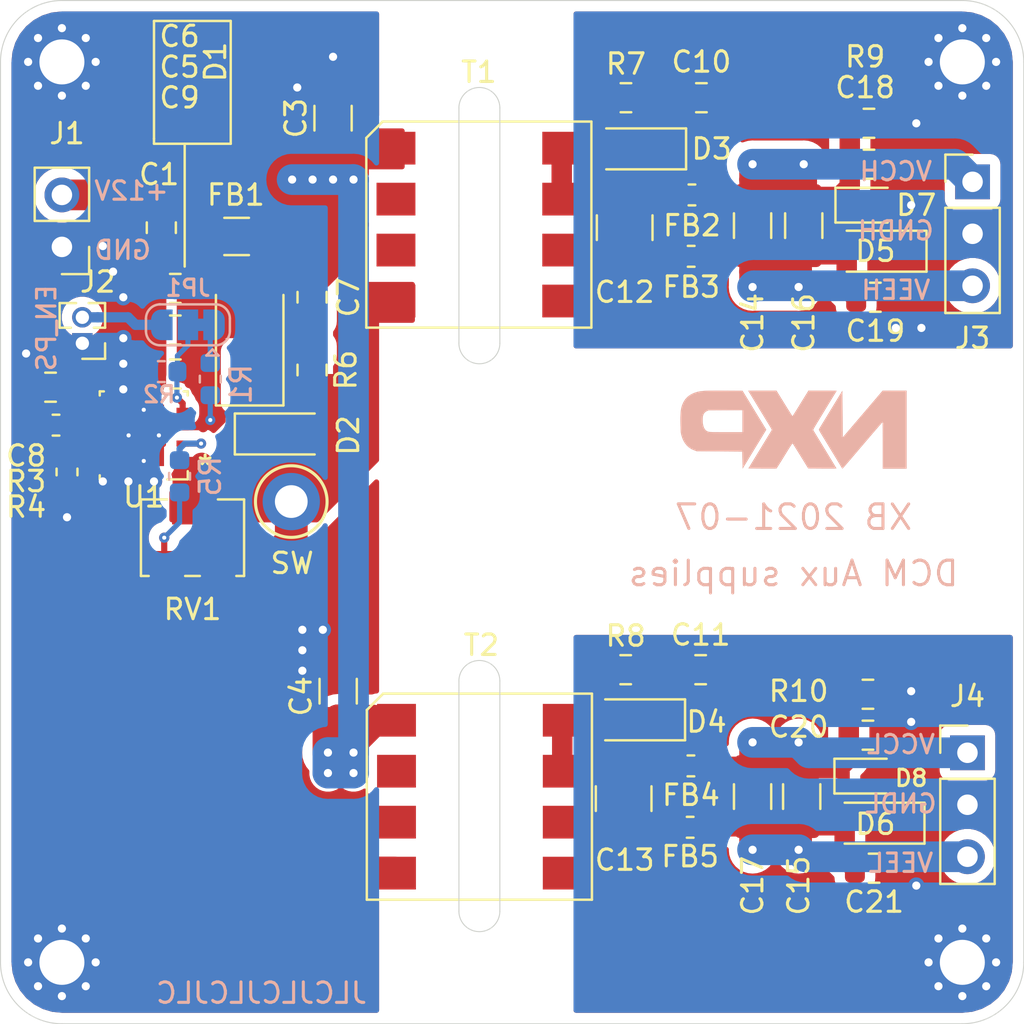
<source format=kicad_pcb>
(kicad_pcb (version 20171130) (host pcbnew 5.1.5+dfsg1-2build2)
  (layers (0 F.Cu signal) (1 In1.Cu signal hide) (2 In2.Cu signal hide) (31 B.Cu signal hide) (34 B.Paste user hide) (35 F.Paste user hide) (36 B.SilkS user) (37 F.SilkS user) (38 B.Mask user hide) (39 F.Mask user hide) (44 Edge.Cuts user))
  (net 0 "")
  (net 1 +12V)
  (net 2 +12P)
  (net 3 "Net-(C7-Pad1)")
  (net 4 "Net-(C8-Pad1)")
  (net 5 GND)
  (net 6 "Net-(C10-Pad2)")
  (net 7 "Net-(C10-Pad1)")
  (net 8 "Net-(C11-Pad1)")
  (net 9 "Net-(C11-Pad2)")
  (net 10 "Net-(C12-Pad2)")
  (net 11 "Net-(C13-Pad2)")
  (net 12 /VEEH)
  (net 13 /VCCH)
  (net 14 /VCCL)
  (net 15 /VEEL)
  (net 16 /GNDH)
  (net 17 /GNDL)
  (net 18 "Net-(D1-Pad1)")
  (net 19 /SW)
  (net 20 "Net-(D3-Pad2)")
  (net 21 "Net-(D4-Pad2)")
  (net 22 "Net-(J2-Pad2)")
  (net 23 "Net-(JP1-Pad2)")
  (net 24 "Net-(R3-Pad2)")
  (net 25 "Net-(R3-Pad1)")
  (net 26 "Net-(R5-Pad1)")
  (net 27 "Net-(R5-Pad2)")
  (net 28 "Net-(JP1-Pad1)")
  (module Connector_PinHeader_1.27mm:PinHeader_1x02_P1.27mm_Vertical (layer F.Cu) (at 124 96.75 180)
    (fp_text reference J2 (at -0.75 3) (layer F.SilkS))
    (fp_text value EN_PS)
    (pad 2 thru_hole oval (at 0 1.27 180) (size 1 1) (drill 0.65) (layers *.Cu *.Mask) (net 22 "Net-(J2-Pad2)"))
    (pad 1 thru_hole rect (at 0 0 180) (size 1 1) (drill 0.65) (layers *.Cu *.Mask) (net 5 GND))
  )
  (module Connector_PinHeader_2.54mm:PinHeader_1x02_P2.54mm_Vertical (layer F.Cu) (at 123 92.04 180)
    (fp_text reference J1 (at -0.25 5.54) (layer F.SilkS))
    (fp_text value VSUP)
    (pad 2 thru_hole oval (at 0 2.54 180) (size 1.7 1.7) (drill 1) (layers *.Cu *.Mask) (net 1 +12V))
    (pad 1 thru_hole rect (at 0 0 180) (size 1.7 1.7) (drill 1) (layers *.Cu *.Mask) (net 5 GND))
  )
  (module footprints:Potentiometer_Bourns_3224W_Vertical (layer F.Cu) (at 129.382 106.25 180)
    (fp_text reference RV1 (at 0 -3.5) (layer F.SilkS))
    (fp_text value 100k)
    (pad 3 smd rect (at -1.25 -1.45 180) (size 1.3 1.6) (layers F.Cu F.Paste F.Mask) (net 19 /SW))
    (pad 2 smd rect (at 0 1.45 180) (size 2 1.6) (layers F.Cu F.Paste F.Mask) (net 19 /SW))
    (pad 1 smd rect (at 1.25 -1.45 180) (size 1.3 1.6) (layers F.Cu F.Paste F.Mask) (net 26 "Net-(R5-Pad1)"))
  )
  (module footprints:YA9036-ALD (layer F.Cu) (at 143.374 90.95 270)
    (fp_text reference T1 (at -7.45 0) (layer F.SilkS))
    (fp_text value YA9036-ALD)
    (pad 4 smd rect (at 3.735 4.05 270) (size 1.6 1.9) (layers F.Cu F.Paste F.Mask) (net 19 /SW))
    (pad 5 smd rect (at 3.735 -4.05 270) (size 1.6 1.9) (layers F.Cu F.Paste F.Mask) (net 10 "Net-(C12-Pad2)"))
    (pad 3 smd rect (at 1.245 4.05 270) (size 1.6 1.9) (layers F.Cu F.Paste F.Mask))
    (pad 6 smd rect (at 1.245 -4.05 270) (size 1.6 1.9) (layers F.Cu F.Paste F.Mask) (net 10 "Net-(C12-Pad2)"))
    (pad 2 smd rect (at -1.245 4.05 270) (size 1.6 1.9) (layers F.Cu F.Paste F.Mask))
    (pad 7 smd rect (at -1.245 -4.05 270) (size 1.6 1.9) (layers F.Cu F.Paste F.Mask) (net 20 "Net-(D3-Pad2)"))
    (pad 1 smd rect (at -3.735 4.05 270) (size 1.6 1.9) (layers F.Cu F.Paste F.Mask) (net 2 +12P))
    (pad 8 smd rect (at -3.735 -4.05 270) (size 1.6 1.9) (layers F.Cu F.Paste F.Mask) (net 20 "Net-(D3-Pad2)"))
  )
  (module footprints:YA9036-ALD (layer F.Cu) (at 143.4 118.905 270)
    (fp_text reference T2 (at -7.405 -0.1) (layer F.SilkS))
    (fp_text value YA9036-ALD)
    (pad 4 smd rect (at 3.735 4.05 270) (size 1.6 1.9) (layers F.Cu F.Paste F.Mask) (net 19 /SW))
    (pad 5 smd rect (at 3.735 -4.05 270) (size 1.6 1.9) (layers F.Cu F.Paste F.Mask) (net 11 "Net-(C13-Pad2)"))
    (pad 3 smd rect (at 1.245 4.05 270) (size 1.6 1.9) (layers F.Cu F.Paste F.Mask))
    (pad 6 smd rect (at 1.245 -4.05 270) (size 1.6 1.9) (layers F.Cu F.Paste F.Mask) (net 11 "Net-(C13-Pad2)"))
    (pad 2 smd rect (at -1.245 4.05 270) (size 1.6 1.9) (layers F.Cu F.Paste F.Mask))
    (pad 7 smd rect (at -1.245 -4.05 270) (size 1.6 1.9) (layers F.Cu F.Paste F.Mask) (net 21 "Net-(D4-Pad2)"))
    (pad 1 smd rect (at -3.735 4.05 270) (size 1.6 1.9) (layers F.Cu F.Paste F.Mask) (net 2 +12P))
    (pad 8 smd rect (at -3.735 -4.05 270) (size 1.6 1.9) (layers F.Cu F.Paste F.Mask) (net 21 "Net-(D4-Pad2)"))
  )
  (module footprints:LM25180QNGURQ1 (layer F.Cu) (at 127 101.25 180)
    (fp_text reference U1 (at 0 -3 180) (layer F.SilkS))
    (fp_text value NGU0008C hide)
    (fp_text user * (at -3 -1.5) (layer F.SilkS))
    (pad V thru_hole circle (at 0 1.25 180) (size 0.499999 0.499999) (drill 0.2032) (layers *.Cu *.Mask) (net 5 GND))
    (pad V thru_hole circle (at 0 -1.25 180) (size 0.499999 0.499999) (drill 0.2032) (layers *.Cu *.Mask) (net 5 GND))
    (pad V thru_hole circle (at 0.740001 0 180) (size 0.499999 0.499999) (drill 0.2032) (layers *.Cu *.Mask) (net 5 GND))
    (pad V thru_hole circle (at -0.740001 0 180) (size 0.499999 0.499999) (drill 0.2032) (layers *.Cu *.Mask) (net 5 GND))
    (pad 9 smd rect (at 0 0 270) (size 2.999999 1.980001) (layers F.Cu F.Paste F.Mask) (net 5 GND))
    (pad 8 smd rect (at 1.899999 -1.200003 270) (size 0.299999 0.599999) (layers F.Cu F.Paste F.Mask) (net 5 GND))
    (pad 7 smd rect (at 1.899999 -0.400002 270) (size 0.299999 0.599999) (layers F.Cu F.Paste F.Mask) (net 24 "Net-(R3-Pad2)"))
    (pad 6 smd rect (at 1.899999 0.399997 270) (size 0.299999 0.599999) (layers F.Cu F.Paste F.Mask) (net 25 "Net-(R3-Pad1)"))
    (pad 5 smd rect (at 1.899999 1.199998 270) (size 0.299999 0.599999) (layers F.Cu F.Paste F.Mask) (net 4 "Net-(C8-Pad1)"))
    (pad 4 smd rect (at -1.899999 1.199998 270) (size 0.299999 0.599999) (layers F.Cu F.Paste F.Mask) (net 23 "Net-(JP1-Pad2)"))
    (pad 3 smd rect (at -1.899999 0.399997 270) (size 0.299999 0.599999) (layers F.Cu F.Paste F.Mask) (net 2 +12P))
    (pad 2 smd rect (at -1.899999 -0.400002 270) (size 0.299999 0.599999) (layers F.Cu F.Paste F.Mask) (net 27 "Net-(R5-Pad2)"))
    (pad 1 smd rect (at -1.899999 -1.200003 270) (size 0.299999 0.599999) (layers F.Cu F.Paste F.Mask) (net 19 /SW))
  )
  (module footprints:nxp_logo (layer F.Cu) (at 158.859918 101)
    (fp_text reference G*** hide)
    (fp_text value LOGO hide)
  )
  (module Resistor_SMD:R_0603_1608Metric (layer B.Cu) (at 128.75 103.25 90)
    (fp_text reference R5 (at 0 1.5 90) (layer B.SilkS) (effects (justify mirror)))
    (fp_text value 75k)
    (pad 2 smd roundrect (at 0.7875 0 90) (size 0.875 0.95) (layers B.Cu B.Paste B.Mask) (net 27 "Net-(R5-Pad2)"))
    (pad 1 smd roundrect (at -0.7875 0 90) (size 0.875 0.95) (layers B.Cu B.Paste B.Mask) (net 26 "Net-(R5-Pad1)"))
  )
  (module Resistor_SMD:R_0603_1608Metric (layer F.Cu) (at 123.25 103.0375 270)
    (fp_text reference R4 (at 1.7125 2 180) (layer F.SilkS))
    (fp_text value 12.1k)
    (pad 2 smd roundrect (at 0.7875 0 270) (size 0.875 0.95) (layers F.Cu F.Paste F.Mask) (net 5 GND))
    (pad 1 smd roundrect (at -0.7875 0 270) (size 0.875 0.95) (layers F.Cu F.Paste F.Mask) (net 24 "Net-(R3-Pad2)"))
  )
  (module Resistor_SMD:R_0603_1608Metric (layer F.Cu) (at 122.7125 100.75 180)
    (fp_text reference R3 (at 1.4625 -2.75 180) (layer F.SilkS))
    (fp_text value "487k DNP")
    (pad 2 smd roundrect (at 0.7875 0 180) (size 0.875 0.95) (layers F.Cu F.Paste F.Mask) (net 24 "Net-(R3-Pad2)"))
    (pad 1 smd roundrect (at -0.7875 0 180) (size 0.875 0.95) (layers F.Cu F.Paste F.Mask) (net 25 "Net-(R3-Pad1)"))
  )
  (module Resistor_SMD:R_0603_1608Metric (layer B.Cu) (at 127.858 98.134 180)
    (fp_text reference R2 (at 0.108 -1.116 180) (layer B.SilkS) (effects (font (size 0.8 0.8)) (justify mirror)))
    (fp_text value 75k)
    (pad 2 smd roundrect (at 0.7875 0 180) (size 0.875 0.95) (layers B.Cu B.Paste B.Mask) (net 5 GND))
    (pad 1 smd roundrect (at -0.7875 0 180) (size 0.875 0.95) (layers B.Cu B.Paste B.Mask) (net 23 "Net-(JP1-Pad2)"))
  )
  (module Resistor_SMD:R_0603_1608Metric (layer B.Cu) (at 130.25 98.5 90)
    (fp_text reference R1 (at -0.25 1.5 270) (layer B.SilkS) (effects (justify mirror)))
    (fp_text value 390k)
    (pad 2 smd roundrect (at 0.7875 0 90) (size 0.875 0.95) (layers B.Cu B.Paste B.Mask) (net 28 "Net-(JP1-Pad1)"))
    (pad 1 smd roundrect (at -0.7875 0 90) (size 0.875 0.95) (layers B.Cu B.Paste B.Mask) (net 2 +12P))
  )
  (module MountingHole:MountingHole_2.2mm_M2_Pad_Via (layer F.Cu) (at 123 83)
    (fp_text reference H4)
    (fp_text value MountingHole_Pad)
    (pad 1 thru_hole circle (at 1.166726 -1.166726) (size 0.7 0.7) (drill 0.4) (layers *.Cu *.Mask) (net 5 GND))
    (pad 1 thru_hole circle (at 0 -1.65) (size 0.7 0.7) (drill 0.4) (layers *.Cu *.Mask) (net 5 GND))
    (pad 1 thru_hole circle (at -1.166726 -1.166726) (size 0.7 0.7) (drill 0.4) (layers *.Cu *.Mask) (net 5 GND))
    (pad 1 thru_hole circle (at -1.65 0) (size 0.7 0.7) (drill 0.4) (layers *.Cu *.Mask) (net 5 GND))
    (pad 1 thru_hole circle (at -1.166726 1.166726) (size 0.7 0.7) (drill 0.4) (layers *.Cu *.Mask) (net 5 GND))
    (pad 1 thru_hole circle (at 0 1.65) (size 0.7 0.7) (drill 0.4) (layers *.Cu *.Mask) (net 5 GND))
    (pad 1 thru_hole circle (at 1.166726 1.166726) (size 0.7 0.7) (drill 0.4) (layers *.Cu *.Mask) (net 5 GND))
    (pad 1 thru_hole circle (at 1.65 0) (size 0.7 0.7) (drill 0.4) (layers *.Cu *.Mask) (net 5 GND))
    (pad 1 thru_hole circle (at 0 0) (size 4.4 4.4) (drill 2.2) (layers *.Cu *.Mask) (net 5 GND))
  )
  (module MountingHole:MountingHole_2.2mm_M2_Pad_Via (layer F.Cu) (at 167 83)
    (fp_text reference H3)
    (fp_text value MountingHole_Pad)
    (pad 1 thru_hole circle (at 1.166726 -1.166726) (size 0.7 0.7) (drill 0.4) (layers *.Cu *.Mask) (net 16 /GNDH))
    (pad 1 thru_hole circle (at 0 -1.65) (size 0.7 0.7) (drill 0.4) (layers *.Cu *.Mask) (net 16 /GNDH))
    (pad 1 thru_hole circle (at -1.166726 -1.166726) (size 0.7 0.7) (drill 0.4) (layers *.Cu *.Mask) (net 16 /GNDH))
    (pad 1 thru_hole circle (at -1.65 0) (size 0.7 0.7) (drill 0.4) (layers *.Cu *.Mask) (net 16 /GNDH))
    (pad 1 thru_hole circle (at -1.166726 1.166726) (size 0.7 0.7) (drill 0.4) (layers *.Cu *.Mask) (net 16 /GNDH))
    (pad 1 thru_hole circle (at 0 1.65) (size 0.7 0.7) (drill 0.4) (layers *.Cu *.Mask) (net 16 /GNDH))
    (pad 1 thru_hole circle (at 1.166726 1.166726) (size 0.7 0.7) (drill 0.4) (layers *.Cu *.Mask) (net 16 /GNDH))
    (pad 1 thru_hole circle (at 1.65 0) (size 0.7 0.7) (drill 0.4) (layers *.Cu *.Mask) (net 16 /GNDH))
    (pad 1 thru_hole circle (at 0 0) (size 4.4 4.4) (drill 2.2) (layers *.Cu *.Mask) (net 16 /GNDH))
  )
  (module MountingHole:MountingHole_2.2mm_M2_Pad_Via (layer F.Cu) (at 123 127)
    (fp_text reference H2)
    (fp_text value MountingHole_Pad)
    (pad 1 thru_hole circle (at 1.166726 -1.166726) (size 0.7 0.7) (drill 0.4) (layers *.Cu *.Mask) (net 5 GND))
    (pad 1 thru_hole circle (at 0 -1.65) (size 0.7 0.7) (drill 0.4) (layers *.Cu *.Mask) (net 5 GND))
    (pad 1 thru_hole circle (at -1.166726 -1.166726) (size 0.7 0.7) (drill 0.4) (layers *.Cu *.Mask) (net 5 GND))
    (pad 1 thru_hole circle (at -1.65 0) (size 0.7 0.7) (drill 0.4) (layers *.Cu *.Mask) (net 5 GND))
    (pad 1 thru_hole circle (at -1.166726 1.166726) (size 0.7 0.7) (drill 0.4) (layers *.Cu *.Mask) (net 5 GND))
    (pad 1 thru_hole circle (at 0 1.65) (size 0.7 0.7) (drill 0.4) (layers *.Cu *.Mask) (net 5 GND))
    (pad 1 thru_hole circle (at 1.166726 1.166726) (size 0.7 0.7) (drill 0.4) (layers *.Cu *.Mask) (net 5 GND))
    (pad 1 thru_hole circle (at 1.65 0) (size 0.7 0.7) (drill 0.4) (layers *.Cu *.Mask) (net 5 GND))
    (pad 1 thru_hole circle (at 0 0) (size 4.4 4.4) (drill 2.2) (layers *.Cu *.Mask) (net 5 GND))
  )
  (module MountingHole:MountingHole_2.2mm_M2_Pad_Via (layer F.Cu) (at 167 127)
    (fp_text reference H1)
    (fp_text value MountingHole_Pad)
    (pad 1 thru_hole circle (at 1.166726 -1.166726) (size 0.7 0.7) (drill 0.4) (layers *.Cu *.Mask) (net 17 /GNDL))
    (pad 1 thru_hole circle (at 0 -1.65) (size 0.7 0.7) (drill 0.4) (layers *.Cu *.Mask) (net 17 /GNDL))
    (pad 1 thru_hole circle (at -1.166726 -1.166726) (size 0.7 0.7) (drill 0.4) (layers *.Cu *.Mask) (net 17 /GNDL))
    (pad 1 thru_hole circle (at -1.65 0) (size 0.7 0.7) (drill 0.4) (layers *.Cu *.Mask) (net 17 /GNDL))
    (pad 1 thru_hole circle (at -1.166726 1.166726) (size 0.7 0.7) (drill 0.4) (layers *.Cu *.Mask) (net 17 /GNDL))
    (pad 1 thru_hole circle (at 0 1.65) (size 0.7 0.7) (drill 0.4) (layers *.Cu *.Mask) (net 17 /GNDL))
    (pad 1 thru_hole circle (at 1.166726 1.166726) (size 0.7 0.7) (drill 0.4) (layers *.Cu *.Mask) (net 17 /GNDL))
    (pad 1 thru_hole circle (at 1.65 0) (size 0.7 0.7) (drill 0.4) (layers *.Cu *.Mask) (net 17 /GNDL))
    (pad 1 thru_hole circle (at 0 0) (size 4.4 4.4) (drill 2.2) (layers *.Cu *.Mask) (net 17 /GNDL))
  )
  (module Capacitor_SMD:C_0805_2012Metric (layer F.Cu) (at 127.858 91.1005 270)
    (fp_text reference C1 (at -2.6005 0.108 180) (layer F.SilkS))
    (fp_text value 100n)
    (pad 2 smd roundrect (at 0.9375 0 270) (size 0.975 1.4) (layers F.Cu F.Paste F.Mask) (net 5 GND))
    (pad 1 smd roundrect (at -0.9375 0 270) (size 0.975 1.4) (layers F.Cu F.Paste F.Mask) (net 1 +12V))
  )
  (module Capacitor_SMD:C_1206_3216Metric (layer F.Cu) (at 136.25 85.75 90)
    (fp_text reference C3 (at 0 -1.82 90) (layer F.SilkS))
    (fp_text value 10u)
    (pad 2 smd roundrect (at 1.4 0 90) (size 1.25 1.75) (layers F.Cu F.Paste F.Mask) (roundrect_rratio 0.2) (net 5 GND))
    (pad 1 smd roundrect (at -1.4 0 90) (size 1.25 1.75) (layers F.Cu F.Paste F.Mask) (roundrect_rratio 0.2) (net 2 +12P))
  )
  (module Capacitor_SMD:C_1206_3216Metric (layer F.Cu) (at 136.5 113.75 90)
    (fp_text reference C4 (at -0.25 -1.82 90) (layer F.SilkS))
    (fp_text value 10u)
    (pad 1 smd roundrect (at -1.4 0 90) (size 1.25 1.75) (layers F.Cu F.Paste F.Mask) (roundrect_rratio 0.2) (net 2 +12P))
    (pad 2 smd roundrect (at 1.4 0 90) (size 1.25 1.75) (layers F.Cu F.Paste F.Mask) (roundrect_rratio 0.2) (net 5 GND))
  )
  (module Capacitor_SMD:C_0805_2012Metric (layer F.Cu) (at 128.5415 96.102 180)
    (fp_text reference C5 (at -0.2085 12.852) (layer F.SilkS))
    (fp_text value 2.2u)
    (pad 1 smd roundrect (at -0.9375 0 180) (size 0.975 1.4) (layers F.Cu F.Paste F.Mask) (net 2 +12P))
    (pad 2 smd roundrect (at 0.9375 0 180) (size 0.975 1.4) (layers F.Cu F.Paste F.Mask) (net 5 GND))
  )
  (module Capacitor_SMD:C_0805_2012Metric (layer F.Cu) (at 128.5415 94.07 180)
    (fp_text reference C6 (at -0.2085 12.32) (layer F.SilkS))
    (fp_text value 2.2u)
    (pad 1 smd roundrect (at -0.9375 0 180) (size 0.975 1.4) (layers F.Cu F.Paste F.Mask) (net 2 +12P))
    (pad 2 smd roundrect (at 0.9375 0 180) (size 0.975 1.4) (layers F.Cu F.Paste F.Mask) (net 5 GND))
  )
  (module Capacitor_SMD:C_0805_2012Metric (layer F.Cu) (at 135.224 94.4995 90)
    (fp_text reference C7 (at -0.0005 1.776 90) (layer F.SilkS))
    (fp_text value "22p DNP")
    (pad 1 smd roundrect (at -0.9375 0 90) (size 0.975 1.4) (layers F.Cu F.Paste F.Mask) (net 3 "Net-(C7-Pad1)"))
    (pad 2 smd roundrect (at 0.9375 0 90) (size 0.975 1.4) (layers F.Cu F.Paste F.Mask) (net 2 +12P))
  )
  (module Capacitor_SMD:C_0805_2012Metric (layer F.Cu) (at 122.4455 98.896 180)
    (fp_text reference C8 (at 1.1955 -3.354 180) (layer F.SilkS))
    (fp_text value "47n DNP")
    (pad 1 smd roundrect (at -0.9375 0 180) (size 0.975 1.4) (layers F.Cu F.Paste F.Mask) (net 4 "Net-(C8-Pad1)"))
    (pad 2 smd roundrect (at 0.9375 0 180) (size 0.975 1.4) (layers F.Cu F.Paste F.Mask) (net 5 GND))
  )
  (module Capacitor_SMD:C_0805_2012Metric (layer F.Cu) (at 128.5415 98.25 180)
    (fp_text reference C9 (at -0.2085 13.5) (layer F.SilkS))
    (fp_text value 100n)
    (pad 2 smd roundrect (at 0.9375 0 180) (size 0.975 1.4) (layers F.Cu F.Paste F.Mask) (net 5 GND))
    (pad 1 smd roundrect (at -0.9375 0 180) (size 0.975 1.4) (layers F.Cu F.Paste F.Mask) (net 2 +12P))
  )
  (module Capacitor_SMD:C_0805_2012Metric (layer F.Cu) (at 154.25 84.75 180)
    (fp_text reference C10 (at 0 1.75) (layer F.SilkS))
    (fp_text value "22p DNP")
    (pad 2 smd roundrect (at 0.9375 0 180) (size 0.975 1.4) (layers F.Cu F.Paste F.Mask) (net 6 "Net-(C10-Pad2)"))
    (pad 1 smd roundrect (at -0.9375 0 180) (size 0.975 1.4) (layers F.Cu F.Paste F.Mask) (net 7 "Net-(C10-Pad1)"))
  )
  (module Capacitor_SMD:C_0805_2012Metric (layer F.Cu) (at 154.2125 112.7 180)
    (fp_text reference C11 (at 0 1.7) (layer F.SilkS))
    (fp_text value "22p DNP")
    (pad 1 smd roundrect (at -0.9375 0 180) (size 0.975 1.4) (layers F.Cu F.Paste F.Mask) (net 8 "Net-(C11-Pad1)"))
    (pad 2 smd roundrect (at 0.9375 0 180) (size 0.975 1.4) (layers F.Cu F.Paste F.Mask) (net 9 "Net-(C11-Pad2)"))
  )
  (module Capacitor_SMD:C_1210_3225Metric (layer F.Cu) (at 150.5 91.1 270)
    (fp_text reference C12 (at 3.15 0 180) (layer F.SilkS))
    (fp_text value 22u)
    (pad 2 smd roundrect (at 1.4 0 270) (size 1.25 2.65) (layers F.Cu F.Paste F.Mask) (roundrect_rratio 0.2) (net 10 "Net-(C12-Pad2)"))
    (pad 1 smd roundrect (at -1.4 0 270) (size 1.25 2.65) (layers F.Cu F.Paste F.Mask) (roundrect_rratio 0.2) (net 7 "Net-(C10-Pad1)"))
  )
  (module Capacitor_SMD:C_1210_3225Metric (layer F.Cu) (at 150.45 119 270)
    (fp_text reference C13 (at 3 -0.05 180) (layer F.SilkS))
    (fp_text value 22u)
    (pad 1 smd roundrect (at -1.4 0 270) (size 1.25 2.65) (layers F.Cu F.Paste F.Mask) (roundrect_rratio 0.2) (net 8 "Net-(C11-Pad1)"))
    (pad 2 smd roundrect (at 1.4 0 270) (size 1.25 2.65) (layers F.Cu F.Paste F.Mask) (roundrect_rratio 0.2) (net 11 "Net-(C13-Pad2)"))
  )
  (module Capacitor_SMD:C_1206_3216Metric (layer F.Cu) (at 156.75 91 270)
    (fp_text reference C14 (at 4.75 0 270) (layer F.SilkS))
    (fp_text value 10u)
    (pad 2 smd roundrect (at 1.4 0 270) (size 1.25 1.75) (layers F.Cu F.Paste F.Mask) (roundrect_rratio 0.2) (net 12 /VEEH))
    (pad 1 smd roundrect (at -1.4 0 270) (size 1.25 1.75) (layers F.Cu F.Paste F.Mask) (roundrect_rratio 0.2) (net 13 /VCCH))
  )
  (module Capacitor_SMD:C_1206_3216Metric (layer F.Cu) (at 159.15 118.9 270)
    (fp_text reference C15 (at 4.35 0.15 90) (layer F.SilkS))
    (fp_text value 10u)
    (pad 1 smd roundrect (at -1.4 0 270) (size 1.25 1.75) (layers F.Cu F.Paste F.Mask) (roundrect_rratio 0.2) (net 14 /VCCL))
    (pad 2 smd roundrect (at 1.4 0 270) (size 1.25 1.75) (layers F.Cu F.Paste F.Mask) (roundrect_rratio 0.2) (net 15 /VEEL))
  )
  (module Capacitor_SMD:C_1206_3216Metric (layer F.Cu) (at 159.25 91 270)
    (fp_text reference C16 (at 4.75 0 90) (layer F.SilkS))
    (fp_text value 10u)
    (pad 1 smd roundrect (at -1.4 0 270) (size 1.25 1.75) (layers F.Cu F.Paste F.Mask) (roundrect_rratio 0.2) (net 13 /VCCH))
    (pad 2 smd roundrect (at 1.4 0 270) (size 1.25 1.75) (layers F.Cu F.Paste F.Mask) (roundrect_rratio 0.2) (net 12 /VEEH))
  )
  (module Capacitor_SMD:C_1206_3216Metric (layer F.Cu) (at 156.75 118.9 270)
    (fp_text reference C17 (at 4.35 0 90) (layer F.SilkS))
    (fp_text value 10u)
    (pad 1 smd roundrect (at -1.4 0 270) (size 1.25 1.75) (layers F.Cu F.Paste F.Mask) (roundrect_rratio 0.2) (net 14 /VCCL))
    (pad 2 smd roundrect (at 1.4 0 270) (size 1.25 1.75) (layers F.Cu F.Paste F.Mask) (roundrect_rratio 0.2) (net 15 /VEEL))
  )
  (module Capacitor_SMD:C_0805_2012Metric (layer F.Cu) (at 162.4375 88)
    (fp_text reference C18 (at -0.1875 -3.75) (layer F.SilkS))
    (fp_text value 4.7u)
    (pad 2 smd roundrect (at 0.9375 0) (size 0.975 1.4) (layers F.Cu F.Paste F.Mask) (net 16 /GNDH))
    (pad 1 smd roundrect (at -0.9375 0) (size 0.975 1.4) (layers F.Cu F.Paste F.Mask) (net 13 /VCCH))
  )
  (module Capacitor_SMD:C_0805_2012Metric (layer F.Cu) (at 162.75 94.5 180)
    (fp_text reference C19 (at 0 -1.65) (layer F.SilkS))
    (fp_text value 10u)
    (pad 2 smd roundrect (at 0.9375 0 180) (size 0.975 1.4) (layers F.Cu F.Paste F.Mask) (net 12 /VEEH))
    (pad 1 smd roundrect (at -0.9375 0 180) (size 0.975 1.4) (layers F.Cu F.Paste F.Mask) (net 16 /GNDH))
  )
  (module Capacitor_SMD:C_0805_2012Metric (layer F.Cu) (at 162.3875 113.9)
    (fp_text reference C20 (at -3.3875 1.6) (layer F.SilkS))
    (fp_text value 4.7u)
    (pad 2 smd roundrect (at 0.9375 0) (size 0.975 1.4) (layers F.Cu F.Paste F.Mask) (net 17 /GNDL))
    (pad 1 smd roundrect (at -0.9375 0) (size 0.975 1.4) (layers F.Cu F.Paste F.Mask) (net 14 /VCCL))
  )
  (module Capacitor_SMD:C_0805_2012Metric (layer F.Cu) (at 162.6875 122.4 180)
    (fp_text reference C21 (at 0 -1.65) (layer F.SilkS))
    (fp_text value 10u)
    (pad 1 smd roundrect (at -0.9375 0 180) (size 0.975 1.4) (layers F.Cu F.Paste F.Mask) (net 17 /GNDL))
    (pad 2 smd roundrect (at 0.9375 0 180) (size 0.975 1.4) (layers F.Cu F.Paste F.Mask) (net 15 /VEEL))
  )
  (module Diode_SMD:D_SMA (layer F.Cu) (at 132.176 96.388 90)
    (fp_text reference D1 (at 13.388 -1.676 90) (layer F.SilkS))
    (fp_text value 30V)
    (pad 1 smd rect (at -2 0 90) (size 2.5 1.8) (layers F.Cu F.Paste F.Mask) (net 18 "Net-(D1-Pad1)"))
    (pad 2 smd rect (at 2 0 90) (size 2.5 1.8) (layers F.Cu F.Paste F.Mask) (net 2 +12P))
  )
  (module Diode_SMD:D_SOD-123 (layer F.Cu) (at 133.7 101.182)
    (fp_text reference D2 (at 3.3 0.068 90) (layer F.SilkS))
    (fp_text value D_ALT)
    (pad 1 smd rect (at -1.65 0) (size 0.9 1.2) (layers F.Cu F.Paste F.Mask) (net 18 "Net-(D1-Pad1)"))
    (pad 2 smd rect (at 1.65 0) (size 0.9 1.2) (layers F.Cu F.Paste F.Mask) (net 19 /SW))
  )
  (module Diode_SMD:D_SOD-123 (layer F.Cu) (at 151.25 87.25 180)
    (fp_text reference D3 (at -3.5 0) (layer F.SilkS))
    (fp_text value D_Schottky_ALT)
    (pad 2 smd rect (at 1.65 0 180) (size 0.9 1.2) (layers F.Cu F.Paste F.Mask) (net 20 "Net-(D3-Pad2)"))
    (pad 1 smd rect (at -1.65 0 180) (size 0.9 1.2) (layers F.Cu F.Paste F.Mask) (net 7 "Net-(C10-Pad1)"))
  )
  (module Diode_SMD:D_SOD-123 (layer F.Cu) (at 151.2 115.15 180)
    (fp_text reference D4 (at -3.3 -0.1) (layer F.SilkS))
    (fp_text value D_Schottky_ALT)
    (pad 1 smd rect (at -1.65 0 180) (size 0.9 1.2) (layers F.Cu F.Paste F.Mask) (net 8 "Net-(C11-Pad1)"))
    (pad 2 smd rect (at 1.65 0 180) (size 0.9 1.2) (layers F.Cu F.Paste F.Mask) (net 21 "Net-(D4-Pad2)"))
  )
  (module Diode_SMD:D_SOD-123 (layer F.Cu) (at 163 92.25 180)
    (fp_text reference D5 (at 0.25 0) (layer F.SilkS))
    (fp_text value 3.9V)
    (pad 1 smd rect (at -1.65 0 180) (size 0.9 1.2) (layers F.Cu F.Paste F.Mask) (net 16 /GNDH))
    (pad 2 smd rect (at 1.65 0 180) (size 0.9 1.2) (layers F.Cu F.Paste F.Mask) (net 12 /VEEH))
  )
  (module Diode_SMD:D_SOD-123 (layer F.Cu) (at 162.9 120.2 180)
    (fp_text reference D6 (at 0.15 -0.05) (layer F.SilkS))
    (fp_text value 3.9V)
    (pad 2 smd rect (at 1.65 0 180) (size 0.9 1.2) (layers F.Cu F.Paste F.Mask) (net 15 /VEEL))
    (pad 1 smd rect (at -1.65 0 180) (size 0.9 1.2) (layers F.Cu F.Paste F.Mask) (net 17 /GNDL))
  )
  (module Diode_SMD:D_SOD-323 (layer F.Cu) (at 162.3 90)
    (fp_text reference D7 (at 2.45 0) (layer F.SilkS))
    (fp_text value 24V)
    (pad 1 smd rect (at -1.05 0) (size 0.6 0.45) (layers F.Cu F.Paste F.Mask) (net 13 /VCCH))
    (pad 2 smd rect (at 1.05 0) (size 0.6 0.45) (layers F.Cu F.Paste F.Mask) (net 16 /GNDH))
  )
  (module Diode_SMD:D_SOD-323 (layer F.Cu) (at 162.25 117.9)
    (fp_text reference D8 (at 2.25 0.1) (layer F.SilkS) (effects (font (size 0.8 0.8))))
    (fp_text value 24V)
    (pad 2 smd rect (at 1.05 0) (size 0.6 0.45) (layers F.Cu F.Paste F.Mask) (net 17 /GNDL))
    (pad 1 smd rect (at -1.05 0) (size 0.6 0.45) (layers F.Cu F.Paste F.Mask) (net 14 /VCCL))
  )
  (module Inductor_SMD:L_1206_3216Metric (layer F.Cu) (at 131.538 91.53 180)
    (fp_text reference FB1 (at 0.038 2.03) (layer F.SilkS))
    (fp_text value Ferrite_Bead)
    (pad 1 smd roundrect (at -1.4 0 180) (size 1.25 1.75) (layers F.Cu F.Paste F.Mask) (roundrect_rratio 0.2) (net 2 +12P))
    (pad 2 smd roundrect (at 1.4 0 180) (size 1.25 1.75) (layers F.Cu F.Paste F.Mask) (roundrect_rratio 0.2) (net 1 +12V))
  )
  (module Inductor_SMD:L_0603_1608Metric (layer F.Cu) (at 153.7875 89.5 180)
    (fp_text reference FB2 (at 0 -1.5) (layer F.SilkS))
    (fp_text value Ferrite_Bead)
    (pad 2 smd roundrect (at 0.7875 0 180) (size 0.875 0.95) (layers F.Cu F.Paste F.Mask) (net 7 "Net-(C10-Pad1)"))
    (pad 1 smd roundrect (at -0.7875 0 180) (size 0.875 0.95) (layers F.Cu F.Paste F.Mask) (net 13 /VCCH))
  )
  (module Inductor_SMD:L_0603_1608Metric (layer F.Cu) (at 153.75 92.5 180)
    (fp_text reference FB3 (at 0 -1.5) (layer F.SilkS))
    (fp_text value Ferrite_Bead)
    (pad 1 smd roundrect (at -0.7875 0 180) (size 0.875 0.95) (layers F.Cu F.Paste F.Mask) (net 12 /VEEH))
    (pad 2 smd roundrect (at 0.7875 0 180) (size 0.875 0.95) (layers F.Cu F.Paste F.Mask) (net 10 "Net-(C12-Pad2)"))
  )
  (module Inductor_SMD:L_0603_1608Metric (layer F.Cu) (at 153.7375 117.4 180)
    (fp_text reference FB4 (at 0 -1.43) (layer F.SilkS))
    (fp_text value Ferrite_Bead)
    (pad 1 smd roundrect (at -0.7875 0 180) (size 0.875 0.95) (layers F.Cu F.Paste F.Mask) (net 14 /VCCL))
    (pad 2 smd roundrect (at 0.7875 0 180) (size 0.875 0.95) (layers F.Cu F.Paste F.Mask) (net 8 "Net-(C11-Pad1)"))
  )
  (module Inductor_SMD:L_0603_1608Metric (layer F.Cu) (at 153.7 120.4 180)
    (fp_text reference FB5 (at 0 -1.43) (layer F.SilkS))
    (fp_text value Ferrite_Bead)
    (pad 2 smd roundrect (at 0.7875 0 180) (size 0.875 0.95) (layers F.Cu F.Paste F.Mask) (net 11 "Net-(C13-Pad2)"))
    (pad 1 smd roundrect (at -0.7875 0 180) (size 0.875 0.95) (layers F.Cu F.Paste F.Mask) (net 15 /VEEL))
  )
  (module Connector_PinHeader_2.54mm:PinHeader_1x03_P2.54mm_Vertical (layer F.Cu) (at 167.5 88.86)
    (fp_text reference J3 (at 0 7.64) (layer F.SilkS))
    (fp_text value "Aux HS")
    (pad 3 thru_hole oval (at 0 5.08) (size 1.7 1.7) (drill 1) (layers *.Cu *.Mask) (net 12 /VEEH))
    (pad 2 thru_hole oval (at 0 2.54) (size 1.7 1.7) (drill 1) (layers *.Cu *.Mask) (net 16 /GNDH))
    (pad 1 thru_hole rect (at 0 0) (size 1.7 1.7) (drill 1) (layers *.Cu *.Mask) (net 13 /VCCH))
  )
  (module Connector_PinHeader_2.54mm:PinHeader_1x03_P2.54mm_Vertical (layer F.Cu) (at 167.25 116.76)
    (fp_text reference J4 (at 0 -2.76) (layer F.SilkS))
    (fp_text value LS)
    (pad 1 thru_hole rect (at 0 0) (size 1.7 1.7) (drill 1) (layers *.Cu *.Mask) (net 14 /VCCL))
    (pad 2 thru_hole oval (at 0 2.54) (size 1.7 1.7) (drill 1) (layers *.Cu *.Mask) (net 17 /GNDL))
    (pad 3 thru_hole oval (at 0 5.08) (size 1.7 1.7) (drill 1) (layers *.Cu *.Mask) (net 15 /VEEL))
  )
  (module Jumper:SolderJumper-3_P1.3mm_Bridged12_RoundedPad1.0x1.5mm (layer B.Cu) (at 129.158 95.848 180)
    (fp_text reference JP1 (at 0 1.8 180) (layer B.SilkS) (effects (font (size 0.8 0.8)) (justify mirror)))
    (fp_text value PS_EN)
    (fp_poly (pts (xy -0.9 0.3) (xy -0.4 0.3) (xy -0.4 -0.3) (xy -0.9 -0.3)) (layer B.Cu) (width 0))
    (pad 3 smd custom (at 1.3 0 180) (size 1 0.5) (layers B.Cu B.Mask) (net 22 "Net-(J2-Pad2)") (options (clearance outline) (anchor rect)) (primitives (gr_circle (center 0 -0.25) (end 0.5 -0.25) (width 0)) (gr_circle (center 0 0.25) (end 0.5 0.25) (width 0)) (gr_poly (pts (xy -0.55 0.75) (xy 0 0.75) (xy 0 -0.75) (xy -0.55 -0.75)) (width 0))))
    (pad 2 smd rect (at 0 0 180) (size 1 1.5) (layers B.Cu B.Mask) (net 23 "Net-(JP1-Pad2)"))
    (pad 1 smd custom (at -1.3 0 180) (size 1 0.5) (layers B.Cu B.Mask) (net 28 "Net-(JP1-Pad1)") (options (clearance outline) (anchor rect)) (primitives (gr_circle (center 0 -0.25) (end 0.5 -0.25) (width 0)) (gr_circle (center 0 0.25) (end 0.5 0.25) (width 0)) (gr_poly (pts (xy 0.55 0.75) (xy 0 0.75) (xy 0 -0.75) (xy 0.55 -0.75)) (width 0))))
  )
  (module Resistor_SMD:R_0805_2012Metric (layer F.Cu) (at 135.224 98.0555 270)
    (fp_text reference R6 (at 0 -1.65 90) (layer F.SilkS))
    (fp_text value "100 DNP")
    (pad 1 smd roundrect (at -0.9375 0 270) (size 0.975 1.4) (layers F.Cu F.Paste F.Mask) (net 3 "Net-(C7-Pad1)"))
    (pad 2 smd roundrect (at 0.9375 0 270) (size 0.975 1.4) (layers F.Cu F.Paste F.Mask) (net 19 /SW))
  )
  (module Resistor_SMD:R_0805_2012Metric (layer F.Cu) (at 150.5625 84.75)
    (fp_text reference R7 (at 0 -1.65) (layer F.SilkS))
    (fp_text value "100 DNP")
    (pad 1 smd roundrect (at -0.9375 0) (size 0.975 1.4) (layers F.Cu F.Paste F.Mask) (net 20 "Net-(D3-Pad2)"))
    (pad 2 smd roundrect (at 0.9375 0) (size 0.975 1.4) (layers F.Cu F.Paste F.Mask) (net 6 "Net-(C10-Pad2)"))
  )
  (module Resistor_SMD:R_0805_2012Metric (layer F.Cu) (at 150.55 112.7)
    (fp_text reference R8 (at 0 -1.65) (layer F.SilkS))
    (fp_text value "100 DNP")
    (pad 1 smd roundrect (at -0.9375 0) (size 0.975 1.4) (layers F.Cu F.Paste F.Mask) (net 21 "Net-(D4-Pad2)"))
    (pad 2 smd roundrect (at 0.9375 0) (size 0.975 1.4) (layers F.Cu F.Paste F.Mask) (net 9 "Net-(C11-Pad2)"))
  )
  (module Resistor_SMD:R_0805_2012Metric (layer F.Cu) (at 162.4375 86 180)
    (fp_text reference R9 (at 0.1875 3.25) (layer F.SilkS))
    (fp_text value 10k)
    (pad 2 smd roundrect (at 0.9375 0 180) (size 0.975 1.4) (layers F.Cu F.Paste F.Mask) (net 13 /VCCH))
    (pad 1 smd roundrect (at -0.9375 0 180) (size 0.975 1.4) (layers F.Cu F.Paste F.Mask) (net 16 /GNDH))
  )
  (module Resistor_SMD:R_0805_2012Metric (layer F.Cu) (at 162.3875 115.9 180)
    (fp_text reference R10 (at 3.3875 2.15) (layer F.SilkS))
    (fp_text value 10k)
    (pad 2 smd roundrect (at 0.9375 0 180) (size 0.975 1.4) (layers F.Cu F.Paste F.Mask) (net 14 /VCCL))
    (pad 1 smd roundrect (at -0.9375 0 180) (size 0.975 1.4) (layers F.Cu F.Paste F.Mask) (net 17 /GNDL))
  )
  (module TestPoint:TestPoint_Keystone_5010-5014_Multipurpose (layer F.Cu) (at 134.208 104.484)
    (fp_text reference TP1 hide)
    (fp_text value SW (at 0.042 3.016) (layer F.SilkS))
    (pad 1 thru_hole circle (at 0 0) (size 2.8 2.8) (drill 1.6) (layers *.Cu *.Mask) (net 19 /SW))
  )
  (gr_text "DCM Aux supplies" (at 158.75 108) (layer B.SilkS) (effects (font (size 1.2 1.2)) (justify mirror)))
  (gr_text "XB 2021-07" (at 158.75 105.25) (layer B.SilkS) (effects (font (size 1.2 1.2)) (justify mirror)))
  (gr_text JLCJLCJLCJLC (at 132.75 128.5) (layer B.SilkS) (effects (font (size 1 1)) (justify mirror)))
  (gr_arc (start 143.4 113.25) (end 144.4 113.25) (angle -180) (layer Edge.Cuts) (width 0.05))
  (gr_line (start 144.4 113.25) (end 144.4 124.5) (layer Edge.Cuts) (width 0.05))
  (gr_arc (start 143.4 124.5) (end 142.4 124.5) (angle -180) (layer Edge.Cuts) (width 0.05))
  (gr_line (start 142.4 124.5) (end 142.4 113.25) (layer Edge.Cuts) (width 0.05))
  (gr_arc (start 143.4 85.25) (end 144.4 85.25) (angle -180) (layer Edge.Cuts) (width 0.05))
  (gr_arc (start 143.4 96.75) (end 142.4 96.75) (angle -180) (layer Edge.Cuts) (width 0.05))
  (gr_line (start 142.4 96.75) (end 142.4 91) (layer Edge.Cuts) (width 0.05))
  (gr_line (start 144.4 85.25) (end 144.4 96.75) (layer Edge.Cuts) (width 0.05))
  (gr_line (start 142.4 91) (end 142.4 85.25) (layer Edge.Cuts) (width 0.05))
  (gr_text EN_PS (at 122.25 96 90) (layer B.SilkS) (effects (font (size 0.9 0.9)) (justify mirror)))
  (gr_text "+12V\n\nGND" (at 124.5 90.75) (layer B.SilkS) (effects (font (size 0.9 0.9)) (justify right mirror)))
  (gr_text "VCCL\n\nGNDL\n\nVEEL" (at 164 119.25) (layer B.SilkS) (effects (font (size 0.9 0.9)) (justify mirror)))
  (gr_text "VCCH\n\nGNDH\n\nVEEH" (at 163.75 91.25) (layer B.SilkS) (effects (font (size 0.9 0.9)) (justify mirror)))
  (gr_line (start 129 87) (end 129 93) (layer F.SilkS) (width 0.12))
  (gr_line (start 127.5 87) (end 127.5 86.75) (layer F.SilkS) (width 0.12))
  (gr_line (start 131.25 87) (end 127.5 87) (layer F.SilkS) (width 0.12))
  (gr_line (start 131.25 81) (end 131.25 87) (layer F.SilkS) (width 0.12))
  (gr_line (start 127.5 81) (end 131.25 81) (layer F.SilkS) (width 0.12))
  (gr_line (start 127.5 86.75) (end 127.5 81) (layer F.SilkS) (width 0.12))
  (gr_arc (start 123 127) (end 120 127) (angle -90) (layer Edge.Cuts) (width 0.05))
  (gr_arc (start 167 127) (end 167 130) (angle -90) (layer Edge.Cuts) (width 0.05))
  (gr_arc (start 167 83) (end 170 83) (angle -90) (layer Edge.Cuts) (width 0.05))
  (gr_arc (start 123 83) (end 123 80) (angle -90) (layer Edge.Cuts) (width 0.05))
  (gr_line (start 120 127) (end 120 83) (layer Edge.Cuts) (width 0.05))
  (gr_line (start 167 130) (end 123 130) (layer Edge.Cuts) (width 0.05))
  (gr_line (start 170 83) (end 170 127) (layer Edge.Cuts) (width 0.05))
  (gr_line (start 123 80) (end 167 80) (layer Edge.Cuts) (width 0.05))
  (segment (start 123 89.5) (end 129 89.5) (width 1.5) (layer F.Cu) (net 1))
  (segment (start 129 89.5) (end 130 90.5) (width 1.5) (layer F.Cu) (net 1))
  (segment (start 130.138 90.638) (end 130 90.5) (width 1) (layer F.Cu) (net 1))
  (segment (start 130.138 91.53) (end 130.138 90.638) (width 1) (layer F.Cu) (net 1))
  (via (at 137.25 117.75) (size 0.8) (drill 0.4) (layers F.Cu B.Cu) (net 2))
  (via (at 130.25 100.5) (size 0.5) (drill 0.2) (layers F.Cu B.Cu) (net 2))
  (segment (start 130.25 100.5) (end 130.25 99.2875) (width 0.25) (layer B.Cu) (net 2))
  (segment (start 129.899997 100.850003) (end 130.25 100.5) (width 0.5) (layer F.Cu) (net 2))
  (segment (start 128.899999 100.850003) (end 129.899997 100.850003) (width 0.3) (layer F.Cu) (net 2))
  (segment (start 129.479 98.25) (end 129.479 96.102) (width 1) (layer F.Cu) (net 2))
  (segment (start 129.479 96.102) (end 129.479 94.07) (width 1) (layer F.Cu) (net 2))
  (segment (start 131.858 94.07) (end 132.176 94.388) (width 1) (layer F.Cu) (net 2))
  (segment (start 129.479 94.07) (end 131.858 94.07) (width 1) (layer F.Cu) (net 2))
  (segment (start 133.002 93.562) (end 132.176 94.388) (width 1) (layer F.Cu) (net 2))
  (segment (start 135.224 93.562) (end 133.002 93.562) (width 1) (layer F.Cu) (net 2))
  (segment (start 139.227 87.312) (end 139.324 87.215) (width 1) (layer F.Cu) (net 2))
  (segment (start 132.938 93.626) (end 132.176 94.388) (width 1) (layer F.Cu) (net 2))
  (segment (start 132.938 91.53) (end 132.938 93.626) (width 1) (layer F.Cu) (net 2))
  (segment (start 130.25 99.021) (end 130.25 100.5) (width 1) (layer F.Cu) (net 2))
  (segment (start 129.479 98.25) (end 130.25 99.021) (width 1) (layer F.Cu) (net 2))
  (via (at 137.25 88.75) (size 0.8) (drill 0.4) (layers F.Cu B.Cu) (net 2))
  (via (at 136.25 88.75) (size 0.8) (drill 0.4) (layers F.Cu B.Cu) (net 2))
  (via (at 135.25 88.75) (size 0.8) (drill 0.4) (layers F.Cu B.Cu) (net 2))
  (via (at 134.25 88.75) (size 0.8) (drill 0.4) (layers F.Cu B.Cu) (net 2))
  (segment (start 139.29999 87.19099) (end 139.29999 87.215) (width 1.5) (layer F.Cu) (net 2))
  (segment (start 139.259 87.15) (end 139.29999 87.19099) (width 1.5) (layer F.Cu) (net 2))
  (segment (start 135.35 87.15) (end 139.259 87.15) (width 1.5) (layer F.Cu) (net 2))
  (segment (start 132.938 89.562) (end 135.35 87.15) (width 1.5) (layer F.Cu) (net 2))
  (segment (start 132.938 91.53) (end 132.938 89.562) (width 1.5) (layer F.Cu) (net 2))
  (segment (start 137.25 88.75) (end 136.25 88.75) (width 1.5) (layer F.Cu) (net 2))
  (segment (start 136.25 88.75) (end 135.25 88.75) (width 1.5) (layer F.Cu) (net 2))
  (segment (start 135.25 88.75) (end 134.25 88.75) (width 1.5) (layer F.Cu) (net 2))
  (segment (start 137.25 88.75) (end 137.25 116.75) (width 1.5) (layer B.Cu) (net 2))
  (via (at 137.25 116.75) (size 0.8) (drill 0.4) (layers F.Cu B.Cu) (net 2))
  (via (at 136 116.75) (size 0.8) (drill 0.4) (layers F.Cu B.Cu) (net 2))
  (via (at 136 117.75) (size 0.8) (drill 0.4) (layers F.Cu B.Cu) (net 2))
  (segment (start 134.25 88.75) (end 137.25 88.75) (width 1.5) (layer B.Cu) (net 2))
  (segment (start 136.5 116) (end 137.25 116.75) (width 1.5) (layer F.Cu) (net 2))
  (segment (start 136.5 115.15) (end 136.5 116) (width 1.5) (layer F.Cu) (net 2))
  (segment (start 136 115.65) (end 136.5 115.15) (width 1.5) (layer F.Cu) (net 2))
  (segment (start 136 116.75) (end 136 115.65) (width 1.5) (layer F.Cu) (net 2))
  (segment (start 137.375 115.15) (end 136.5 115.15) (width 1.5) (layer F.Cu) (net 2))
  (segment (start 137.395 115.17) (end 137.375 115.15) (width 1.5) (layer F.Cu) (net 2))
  (segment (start 138.264315 115.17) (end 137.395 115.17) (width 1.5) (layer F.Cu) (net 2))
  (segment (start 137.25 116.184315) (end 138.264315 115.17) (width 1.5) (layer F.Cu) (net 2))
  (segment (start 137.25 116.75) (end 137.25 116.184315) (width 1.5) (layer F.Cu) (net 2))
  (segment (start 136 117.75) (end 137.25 117.75) (width 1.5) (layer B.Cu) (net 2))
  (segment (start 137.25 117.75) (end 137.25 116.75) (width 1.5) (layer B.Cu) (net 2))
  (segment (start 136 117.75) (end 136 116.75) (width 1.5) (layer B.Cu) (net 2))
  (segment (start 136 116.75) (end 137.25 116.75) (width 1.5) (layer B.Cu) (net 2))
  (segment (start 135.224 97.118) (end 135.224 95.437) (width 1) (layer F.Cu) (net 3))
  (segment (start 125.100001 100.050002) (end 125.100001 99.600001) (width 0.3) (layer F.Cu) (net 4))
  (segment (start 124.396 98.896) (end 123.383 98.896) (width 0.3) (layer F.Cu) (net 4))
  (segment (start 125.100001 99.600001) (end 124.396 98.896) (width 0.3) (layer F.Cu) (net 4))
  (segment (start 127.604 94.07) (end 127.604 96.102) (width 1) (layer F.Cu) (net 5))
  (segment (start 127.604 96.102) (end 127.604 98.25) (width 1) (layer F.Cu) (net 5))
  (via (at 126 96.5) (size 0.8) (drill 0.4) (layers F.Cu B.Cu) (net 5))
  (via (at 126 97.75) (size 0.8) (drill 0.4) (layers F.Cu B.Cu) (net 5))
  (via (at 125 103.5) (size 0.8) (drill 0.4) (layers F.Cu B.Cu) (net 5))
  (via (at 126.25 103.5) (size 0.8) (drill 0.4) (layers F.Cu B.Cu) (net 5))
  (via (at 127.5 103.5) (size 0.8) (drill 0.4) (layers F.Cu B.Cu) (net 5))
  (via (at 123.25 105.25) (size 0.8) (drill 0.4) (layers F.Cu B.Cu) (net 5))
  (via (at 121.25 97.25) (size 0.8) (drill 0.4) (layers F.Cu B.Cu) (net 5))
  (via (at 126 99) (size 0.8) (drill 0.4) (layers F.Cu B.Cu) (net 5))
  (via (at 126 94.5) (size 0.8) (drill 0.4) (layers F.Cu B.Cu) (net 5))
  (via (at 125.5 93.25) (size 0.8) (drill 0.4) (layers F.Cu B.Cu) (net 5))
  (via (at 125 92) (size 0.8) (drill 0.4) (layers F.Cu B.Cu) (net 5))
  (via (at 136.25 82.75) (size 0.8) (drill 0.4) (layers F.Cu B.Cu) (net 5))
  (via (at 134.5 84.25) (size 0.8) (drill 0.4) (layers F.Cu B.Cu) (net 5))
  (segment (start 134.6 84.35) (end 134.5 84.25) (width 1) (layer F.Cu) (net 5))
  (segment (start 136.25 84.35) (end 134.6 84.35) (width 1) (layer F.Cu) (net 5))
  (segment (start 136.25 84.35) (end 136.25 82.75) (width 1) (layer F.Cu) (net 5))
  (via (at 135.75 110.75) (size 0.8) (drill 0.4) (layers F.Cu B.Cu) (net 5))
  (via (at 134.75 110.75) (size 0.8) (drill 0.4) (layers F.Cu B.Cu) (net 5))
  (via (at 134.75 111.75) (size 0.8) (drill 0.4) (layers F.Cu B.Cu) (net 5))
  (via (at 134.75 112.75) (size 0.8) (drill 0.4) (layers F.Cu B.Cu) (net 5))
  (segment (start 134.75 112.75) (end 134.75 111.75) (width 1) (layer F.Cu) (net 5))
  (segment (start 134.75 111.75) (end 134.75 110.75) (width 1) (layer F.Cu) (net 5))
  (segment (start 134.75 110.75) (end 135.75 110.75) (width 1) (layer F.Cu) (net 5))
  (segment (start 135.35 112.35) (end 136.5 112.35) (width 1) (layer F.Cu) (net 5))
  (segment (start 134.75 111.75) (end 135.35 112.35) (width 1) (layer F.Cu) (net 5))
  (segment (start 125.799997 102.450003) (end 127 101.25) (width 0.3) (layer F.Cu) (net 5))
  (segment (start 125.100001 102.450003) (end 125.799997 102.450003) (width 0.3) (layer F.Cu) (net 5))
  (segment (start 151.5 84.75) (end 153.3125 84.75) (width 1) (layer F.Cu) (net 6))
  (segment (start 150.7 89.5) (end 150.5 89.7) (width 0.9) (layer F.Cu) (net 7))
  (segment (start 153 89.5) (end 150.7 89.5) (width 0.9) (layer F.Cu) (net 7))
  (segment (start 152.9 89.4) (end 153 89.5) (width 0.9) (layer F.Cu) (net 7))
  (segment (start 152.9 87.25) (end 152.9 89.4) (width 0.9) (layer F.Cu) (net 7))
  (segment (start 154.35 87.25) (end 152.9 87.25) (width 1) (layer F.Cu) (net 7))
  (segment (start 155.1875 86.4125) (end 154.35 87.25) (width 1) (layer F.Cu) (net 7))
  (segment (start 155.1875 84.75) (end 155.1875 86.4125) (width 1) (layer F.Cu) (net 7))
  (segment (start 150.65 117.4) (end 150.45 117.6) (width 0.9) (layer F.Cu) (net 8))
  (segment (start 152.95 117.4) (end 150.65 117.4) (width 0.9) (layer F.Cu) (net 8))
  (segment (start 152.95 115.25) (end 152.85 115.15) (width 0.9) (layer F.Cu) (net 8))
  (segment (start 152.95 117.4) (end 152.95 115.25) (width 0.9) (layer F.Cu) (net 8))
  (segment (start 154.3 115.15) (end 152.85 115.15) (width 1) (layer F.Cu) (net 8))
  (segment (start 155.15 114.3) (end 154.3 115.15) (width 1) (layer F.Cu) (net 8))
  (segment (start 155.15 112.7) (end 155.15 114.3) (width 1) (layer F.Cu) (net 8))
  (segment (start 151.4875 112.7) (end 153.275 112.7) (width 1) (layer F.Cu) (net 9))
  (segment (start 152.9625 92.5) (end 150.5 92.5) (width 0.9) (layer F.Cu) (net 10))
  (segment (start 150.195 92.195) (end 150.5 92.5) (width 1) (layer F.Cu) (net 10))
  (segment (start 147.424 92.195) (end 150.195 92.195) (width 1) (layer F.Cu) (net 10))
  (segment (start 147.424 94.685) (end 149.715 94.685) (width 1) (layer F.Cu) (net 10))
  (segment (start 150.5 93.9) (end 150.5 92.5) (width 1) (layer F.Cu) (net 10))
  (segment (start 149.715 94.685) (end 150.5 93.9) (width 1) (layer F.Cu) (net 10))
  (segment (start 152.9125 120.4) (end 150.45 120.4) (width 0.9) (layer F.Cu) (net 11))
  (segment (start 150.2 120.15) (end 150.45 120.4) (width 1) (layer F.Cu) (net 11))
  (segment (start 147.45 120.15) (end 150.2 120.15) (width 1) (layer F.Cu) (net 11))
  (segment (start 147.45 122.64) (end 149.61 122.64) (width 1) (layer F.Cu) (net 11))
  (segment (start 150.45 121.8) (end 150.45 120.4) (width 1) (layer F.Cu) (net 11))
  (segment (start 149.61 122.64) (end 150.45 121.8) (width 1) (layer F.Cu) (net 11))
  (segment (start 156.65 92.5) (end 156.75 92.4) (width 0.9) (layer F.Cu) (net 12))
  (segment (start 154.5375 92.5) (end 156.65 92.5) (width 0.9) (layer F.Cu) (net 12))
  (segment (start 156.75 92.4) (end 159.25 92.4) (width 1.3) (layer F.Cu) (net 12))
  (segment (start 161.35 94.0375) (end 161.8125 94.5) (width 1) (layer F.Cu) (net 12))
  (segment (start 161.35 92.25) (end 161.35 94.0375) (width 1) (layer F.Cu) (net 12))
  (segment (start 161.2 92.4) (end 161.35 92.25) (width 1) (layer F.Cu) (net 12))
  (segment (start 159.25 92.4) (end 161.2 92.4) (width 1) (layer F.Cu) (net 12))
  (via (at 156.75 94) (size 0.8) (drill 0.4) (layers F.Cu B.Cu) (net 12))
  (via (at 159 94) (size 0.8) (drill 0.4) (layers F.Cu B.Cu) (net 12))
  (segment (start 156.81 93.94) (end 156.75 94) (width 1.5) (layer B.Cu) (net 12))
  (segment (start 167.5 93.94) (end 156.81 93.94) (width 1.5) (layer B.Cu) (net 12))
  (segment (start 159 94) (end 156.75 94) (width 1.3) (layer F.Cu) (net 12))
  (segment (start 159 92.65) (end 159.25 92.4) (width 1.3) (layer F.Cu) (net 12))
  (segment (start 156.75 93.25) (end 159 93.25) (width 1.3) (layer F.Cu) (net 12))
  (segment (start 159 93.25) (end 159 92.65) (width 1.3) (layer F.Cu) (net 12))
  (segment (start 159 94) (end 159 93.25) (width 1.3) (layer F.Cu) (net 12))
  (segment (start 156.75 92.4) (end 156.75 93.25) (width 1.3) (layer F.Cu) (net 12))
  (segment (start 156.75 93.25) (end 156.75 94) (width 1.3) (layer F.Cu) (net 12))
  (segment (start 156.65 89.5) (end 156.75 89.6) (width 0.9) (layer F.Cu) (net 13))
  (segment (start 154.575 89.5) (end 156.65 89.5) (width 0.9) (layer F.Cu) (net 13))
  (segment (start 156.75 89.6) (end 159.25 89.6) (width 1.3) (layer F.Cu) (net 13))
  (segment (start 161.5 88) (end 161.5 86) (width 1) (layer F.Cu) (net 13))
  (segment (start 159.25 89.6) (end 161 89.6) (width 1) (layer F.Cu) (net 13))
  (segment (start 161.5 89.1) (end 161.5 88) (width 1) (layer F.Cu) (net 13))
  (segment (start 161 89.6) (end 161.5 89.1) (width 1) (layer F.Cu) (net 13))
  (via (at 156.75 88) (size 0.8) (drill 0.4) (layers F.Cu B.Cu) (net 13))
  (via (at 159.25 88) (size 0.8) (drill 0.4) (layers F.Cu B.Cu) (net 13))
  (segment (start 166.64 88) (end 167.5 88.86) (width 1.5) (layer B.Cu) (net 13))
  (segment (start 156.75 88) (end 166.64 88) (width 1.5) (layer B.Cu) (net 13))
  (segment (start 156.75 88) (end 159.25 88) (width 1.3) (layer F.Cu) (net 13))
  (segment (start 159 88.75) (end 159.25 89) (width 1.3) (layer F.Cu) (net 13))
  (segment (start 156.75 88.75) (end 159 88.75) (width 1.3) (layer F.Cu) (net 13))
  (segment (start 159.25 89) (end 159.25 89.6) (width 1.3) (layer F.Cu) (net 13))
  (segment (start 159.25 88) (end 159.25 89) (width 1.3) (layer F.Cu) (net 13))
  (segment (start 156.75 89.6) (end 156.75 88.75) (width 1.3) (layer F.Cu) (net 13))
  (segment (start 156.75 88.75) (end 156.75 88) (width 1.3) (layer F.Cu) (net 13))
  (segment (start 156.65 117.4) (end 156.75 117.5) (width 0.9) (layer F.Cu) (net 14))
  (segment (start 154.525 117.4) (end 156.65 117.4) (width 0.9) (layer F.Cu) (net 14))
  (segment (start 156.75 117.5) (end 159.15 117.5) (width 1.3) (layer F.Cu) (net 14))
  (segment (start 161.45 115.9) (end 161.45 117) (width 1) (layer F.Cu) (net 14))
  (segment (start 160.95 117.5) (end 159.15 117.5) (width 1) (layer F.Cu) (net 14))
  (segment (start 161.45 117) (end 160.95 117.5) (width 1) (layer F.Cu) (net 14))
  (segment (start 161.45 113.9) (end 161.45 115.9) (width 1) (layer F.Cu) (net 14))
  (via (at 156.75 116.25) (size 0.8) (drill 0.4) (layers F.Cu B.Cu) (net 14))
  (via (at 159 116.25) (size 0.8) (drill 0.4) (layers F.Cu B.Cu) (net 14))
  (segment (start 156.75 116.25) (end 156.75 117.5) (width 1.3) (layer F.Cu) (net 14))
  (segment (start 159 117.35) (end 159.15 117.5) (width 1.3) (layer F.Cu) (net 14))
  (segment (start 159 116.25) (end 159 117.35) (width 1.3) (layer F.Cu) (net 14))
  (segment (start 159.51 116.76) (end 159 116.25) (width 1.5) (layer B.Cu) (net 14))
  (segment (start 167.25 116.76) (end 159.51 116.76) (width 1.5) (layer B.Cu) (net 14))
  (segment (start 156.75 116.25) (end 159 116.25) (width 1.5) (layer B.Cu) (net 14))
  (segment (start 156.65 120.4) (end 156.75 120.3) (width 0.9) (layer F.Cu) (net 15))
  (segment (start 154.4875 120.4) (end 156.65 120.4) (width 0.9) (layer F.Cu) (net 15))
  (segment (start 156.75 120.3) (end 159.15 120.3) (width 1.3) (layer F.Cu) (net 15))
  (segment (start 161.25 121.9) (end 161.75 122.4) (width 1) (layer F.Cu) (net 15))
  (segment (start 161.25 120.2) (end 161.25 121.9) (width 1) (layer F.Cu) (net 15))
  (segment (start 161.15 120.3) (end 161.25 120.2) (width 1) (layer F.Cu) (net 15))
  (segment (start 159.15 120.3) (end 161.15 120.3) (width 1) (layer F.Cu) (net 15))
  (via (at 156.75 121.5) (size 0.8) (drill 0.4) (layers F.Cu B.Cu) (net 15))
  (via (at 159 121.5) (size 0.8) (drill 0.4) (layers F.Cu B.Cu) (net 15))
  (segment (start 156.75 121.5) (end 156.75 120.3) (width 1.3) (layer F.Cu) (net 15))
  (segment (start 159 120.45) (end 159.15 120.3) (width 1.3) (layer F.Cu) (net 15))
  (segment (start 159 121.5) (end 159 120.45) (width 1.3) (layer F.Cu) (net 15))
  (segment (start 156.75 121.5) (end 159 121.5) (width 1.5) (layer B.Cu) (net 15))
  (segment (start 159.34 121.84) (end 159 121.5) (width 1.5) (layer B.Cu) (net 15))
  (segment (start 167.25 121.84) (end 159.34 121.84) (width 1.5) (layer B.Cu) (net 15))
  (segment (start 163.375 88) (end 163.375 86) (width 1) (layer F.Cu) (net 16))
  (segment (start 164.65 93.5375) (end 163.6875 94.5) (width 1) (layer F.Cu) (net 16))
  (segment (start 164.65 92.25) (end 164.65 93.5375) (width 1) (layer F.Cu) (net 16))
  (segment (start 163.375 90.975) (end 164.65 92.25) (width 1) (layer F.Cu) (net 16))
  (segment (start 163.375 88) (end 163.375 90.975) (width 1) (layer F.Cu) (net 16))
  (segment (start 165.5 91.4) (end 164.65 92.25) (width 1) (layer F.Cu) (net 16))
  (segment (start 167 91.4) (end 165.5 91.4) (width 1) (layer F.Cu) (net 16))
  (via (at 164.75 86) (size 0.8) (drill 0.4) (layers F.Cu B.Cu) (net 16))
  (via (at 163.75 96) (size 0.8) (drill 0.4) (layers F.Cu B.Cu) (net 16))
  (via (at 165 96) (size 0.8) (drill 0.4) (layers F.Cu B.Cu) (net 16))
  (via (at 164.5 90) (size 0.8) (drill 0.4) (layers F.Cu B.Cu) (net 16))
  (segment (start 163.325 113.9) (end 163.325 115.9) (width 1) (layer F.Cu) (net 17))
  (segment (start 163.325 118.975) (end 164.55 120.2) (width 1) (layer F.Cu) (net 17))
  (segment (start 163.325 115.9) (end 163.325 118.975) (width 1) (layer F.Cu) (net 17))
  (segment (start 164.55 121.475) (end 163.625 122.4) (width 1) (layer F.Cu) (net 17))
  (segment (start 164.55 120.2) (end 164.55 121.475) (width 1) (layer F.Cu) (net 17))
  (segment (start 165.45 119.3) (end 164.55 120.2) (width 1) (layer F.Cu) (net 17))
  (segment (start 167.25 119.3) (end 165.45 119.3) (width 1) (layer F.Cu) (net 17))
  (via (at 164.5 113.75) (size 0.8) (drill 0.4) (layers F.Cu B.Cu) (net 17))
  (via (at 164.5 115.25) (size 0.8) (drill 0.4) (layers F.Cu B.Cu) (net 17))
  (via (at 164.75 123.25) (size 0.8) (drill 0.4) (layers F.Cu B.Cu) (net 17))
  (segment (start 132.05 98.514) (end 132.176 98.388) (width 0.9) (layer F.Cu) (net 18))
  (segment (start 132.05 101.182) (end 132.05 98.514) (width 0.9) (layer F.Cu) (net 18))
  (segment (start 133.954 104.23) (end 134.208 104.484) (width 1.5) (layer F.Cu) (net 19))
  (segment (start 130.632 104.328) (end 130.632 107.13) (width 1.3) (layer F.Cu) (net 19))
  (segment (start 130.73 104.23) (end 130.632 104.328) (width 1.3) (layer F.Cu) (net 19))
  (segment (start 129.382 104.23) (end 130.73 104.23) (width 1.5) (layer F.Cu) (net 19))
  (segment (start 130.73 104.23) (end 133.954 104.23) (width 1.5) (layer F.Cu) (net 19))
  (segment (start 128.899999 102.450003) (end 130.099997 102.450003) (width 0.3) (layer F.Cu) (net 19))
  (segment (start 130.73 104.23) (end 130.73 103.48) (width 1) (layer F.Cu) (net 19))
  (segment (start 129.850001 102.600001) (end 129.800003 102.600001) (width 1) (layer F.Cu) (net 19))
  (segment (start 130.73 103.48) (end 129.850001 102.600001) (width 1) (layer F.Cu) (net 19))
  (segment (start 135.224 98.993) (end 136.757 98.993) (width 1) (layer F.Cu) (net 19))
  (segment (start 138.825034 94.685) (end 139.324 94.685) (width 1) (layer F.Cu) (net 19))
  (segment (start 137.79999 95.710044) (end 138.825034 94.685) (width 1) (layer F.Cu) (net 19))
  (segment (start 137.79999 97.95001) (end 137.79999 95.710044) (width 1) (layer F.Cu) (net 19))
  (segment (start 136.757 98.993) (end 137.79999 97.95001) (width 1) (layer F.Cu) (net 19))
  (segment (start 135.224 103.468) (end 134.208 104.484) (width 1) (layer F.Cu) (net 19))
  (segment (start 135.224 98.993) (end 135.224 103.468) (width 1) (layer F.Cu) (net 19))
  (segment (start 134.208 106.463898) (end 132.75 107.921898) (width 1.6) (layer F.Cu) (net 19))
  (segment (start 134.208 104.484) (end 134.208 106.463898) (width 1.6) (layer F.Cu) (net 19))
  (segment (start 132.75 107.921898) (end 132.75 118.75) (width 1.6) (layer F.Cu) (net 19))
  (segment (start 136.64 122.64) (end 139.24999 122.64) (width 1.6) (layer F.Cu) (net 19))
  (segment (start 132.75 118.75) (end 136.64 122.64) (width 1.6) (layer F.Cu) (net 19))
  (segment (start 149.565 87.215) (end 149.6 87.25) (width 1) (layer F.Cu) (net 20))
  (segment (start 147.424 87.215) (end 149.565 87.215) (width 1) (layer F.Cu) (net 20))
  (segment (start 149.6 84.775) (end 149.625 84.75) (width 1) (layer F.Cu) (net 20))
  (segment (start 149.6 87.25) (end 149.6 84.775) (width 1) (layer F.Cu) (net 20))
  (segment (start 147.424 89.705) (end 147.424 87.215) (width 1) (layer F.Cu) (net 20))
  (segment (start 147.45 117.66) (end 147.45 115.17) (width 1) (layer F.Cu) (net 21))
  (segment (start 149.53 115.17) (end 149.55 115.15) (width 1) (layer F.Cu) (net 21))
  (segment (start 147.45 115.17) (end 149.53 115.17) (width 1) (layer F.Cu) (net 21))
  (segment (start 149.6125 115.0875) (end 149.55 115.15) (width 1) (layer F.Cu) (net 21))
  (segment (start 149.6125 112.7) (end 149.6125 115.0875) (width 1) (layer F.Cu) (net 21))
  (segment (start 124.75 95.48) (end 126.23 95.48) (width 0.5) (layer B.Cu) (net 22))
  (segment (start 126.598 95.848) (end 127.858 95.848) (width 0.5) (layer B.Cu) (net 22))
  (segment (start 126.23 95.48) (end 126.598 95.848) (width 0.5) (layer B.Cu) (net 22))
  (segment (start 124.75 95.48) (end 124 95.48) (width 0.5) (layer B.Cu) (net 22))
  (via (at 128.62 99.404) (size 0.5) (drill 0.2) (layers F.Cu B.Cu) (net 23))
  (segment (start 128.62 98.1595) (end 128.6455 98.134) (width 0.25) (layer B.Cu) (net 23))
  (segment (start 128.62 99.404) (end 128.62 98.1595) (width 0.25) (layer B.Cu) (net 23))
  (segment (start 128.6455 97.3605) (end 128.6455 98.134) (width 0.25) (layer B.Cu) (net 23))
  (segment (start 129.158 96.848) (end 128.6455 97.3605) (width 0.25) (layer B.Cu) (net 23))
  (segment (start 129.158 95.848) (end 129.158 96.848) (width 0.25) (layer B.Cu) (net 23))
  (segment (start 128.899999 99.683999) (end 128.62 99.404) (width 0.3) (layer F.Cu) (net 23))
  (segment (start 128.899999 100.050002) (end 128.899999 99.683999) (width 0.3) (layer F.Cu) (net 23))
  (segment (start 124.500002 101.650002) (end 123.900004 102.25) (width 0.3) (layer F.Cu) (net 24))
  (segment (start 123.900004 102.25) (end 123.25 102.25) (width 0.3) (layer F.Cu) (net 24))
  (segment (start 125.100001 101.650002) (end 124.500002 101.650002) (width 0.3) (layer F.Cu) (net 24))
  (segment (start 123.25 102.25) (end 122.25 102.25) (width 0.3) (layer F.Cu) (net 24))
  (segment (start 121.925 101.925) (end 121.925 100.75) (width 0.3) (layer F.Cu) (net 24))
  (segment (start 122.25 102.25) (end 121.925 101.925) (width 0.3) (layer F.Cu) (net 24))
  (segment (start 123.600003 100.850003) (end 123.5 100.75) (width 0.3) (layer F.Cu) (net 25))
  (segment (start 125.100001 100.850003) (end 123.600003 100.850003) (width 0.3) (layer F.Cu) (net 25))
  (via (at 128 106.25) (size 0.5) (drill 0.2) (layers F.Cu B.Cu) (net 26))
  (segment (start 128 106.998) (end 128.132 107.13) (width 0.3) (layer F.Cu) (net 26))
  (segment (start 128 106.25) (end 128 107.498) (width 0.3) (layer F.Cu) (net 26))
  (segment (start 128.75 105.5) (end 128 106.25) (width 0.25) (layer B.Cu) (net 26))
  (segment (start 128.75 104.0375) (end 128.75 105.5) (width 0.25) (layer B.Cu) (net 26))
  (via (at 129.8 101.65) (size 0.5) (drill 0.2) (layers F.Cu B.Cu) (net 27))
  (segment (start 129.799998 101.650002) (end 129.8 101.65) (width 0.3) (layer F.Cu) (net 27))
  (segment (start 128.899999 101.650002) (end 129.799998 101.650002) (width 0.3) (layer F.Cu) (net 27))
  (segment (start 129.8 101.65) (end 129 101.65) (width 0.3) (layer B.Cu) (net 27))
  (segment (start 128.75 101.9) (end 128.75 102.4625) (width 0.3) (layer B.Cu) (net 27))
  (segment (start 129 101.65) (end 128.75 101.9) (width 0.3) (layer B.Cu) (net 27))
  (segment (start 130.25 96.056) (end 130.458 95.848) (width 0.25) (layer B.Cu) (net 28))
  (segment (start 130.25 97.7125) (end 130.25 96.056) (width 0.25) (layer B.Cu) (net 28))
  (zone (net 0) (net_name "") (layers F.Cu In1.Cu In2.Cu B.Cu) (connect_pads (clearance 0.508)) (min_thickness 0.254)
    (keepout (tracks not_allowed) (vias not_allowed) (copperpour not_allowed))
    (fill (arc_segments 32) (thermal_gap 0.508) (thermal_bridge_width 0.508))
    (polygon (pts (xy 148 86) (xy 148 96) (xy 148 114) (xy 148 124) (xy 148 130) (xy 138.5 130) (xy 138.5 124) (xy 140.25 123.75) (xy 140.25 114) (xy 138.5 114) (xy 138.5 96) (xy 140.25 96) (xy 140.25 86) (xy 138.5 86) (xy 138.5 80) (xy 148 80)))
  )
  (zone (net 0) (net_name "") (layers F&B.Cu) (connect_pads (clearance 0.508)) (min_thickness 0.254)
    (keepout (tracks not_allowed) (vias not_allowed) (copperpour not_allowed))
    (fill (arc_segments 32) (thermal_gap 0.508) (thermal_bridge_width 0.508))
    (polygon (pts (xy 170 111) (xy 141.5 111) (xy 141.5 97) (xy 170 97)))
  )
  (zone (net 5) (net_name GND) (layer B.Cu) (connect_pads yes (clearance 0.508)) (min_thickness 0.254) (fill yes (arc_segments 32) (thermal_gap 0.508) (thermal_bridge_width 0.508))
    (polygon (pts (xy 138.5 130) (xy 120 130) (xy 120 80) (xy 138.5 80)))
  )
  (zone (net 16) (net_name /GNDH) (layer B.Cu) (connect_pads yes (clearance 0.508)) (min_thickness 0.254) (fill yes (arc_segments 32) (thermal_gap 0.508) (thermal_bridge_width 0.508))
    (polygon (pts (xy 170 97.5) (xy 148 97.5) (xy 148 80) (xy 170 80)))
  )
  (zone (net 17) (net_name /GNDL) (layer B.Cu) (connect_pads yes (clearance 0.508)) (min_thickness 0.254) (fill yes (arc_segments 32) (thermal_gap 0.508) (thermal_bridge_width 0.508))
    (polygon (pts (xy 170 130.013024) (xy 145 130.013024) (xy 145 110.013024) (xy 148 110.013024) (xy 148 110) (xy 170 110)))
  )
  (zone (net 2) (net_name +12P) (layer F.Cu) (priority 1) (connect_pads yes (clearance 0.508)) (min_thickness 0.254) (fill yes (arc_segments 32) (thermal_gap 0.508) (thermal_bridge_width 0.508))
    (polygon (pts (xy 139.75 88.25) (xy 138 88.25) (xy 138 92) (xy 136 94) (xy 134.25 94) (xy 134.25 96.5) (xy 131 96.5) (xy 131 100.6) (xy 130.4 101.2) (xy 128.5 101.2) (xy 128.5 92.75) (xy 131.5 92.75) (xy 131.5 88.5) (xy 134 86.25) (xy 139.75 86.25)))
  )
  (zone (net 19) (net_name /SW) (layer F.Cu) (priority 1) (connect_pads yes (clearance 0.508)) (min_thickness 0.254) (fill yes (arc_segments 32) (thermal_gap 0.508) (thermal_bridge_width 0.508))
    (polygon (pts (xy 140.25 95.75) (xy 138.5 95.75) (xy 138.5 102.5) (xy 135.5 105.5) (xy 128.25 105.5) (xy 128.25 102.25) (xy 134 102.25) (xy 134 98.25) (xy 136.25 98.25) (xy 136.25 95.25) (xy 137.75 93.75) (xy 140.25 93.75)))
  )
  (zone (net 5) (net_name GND) (layer F.Cu) (connect_pads yes (clearance 0.508)) (min_thickness 0.254) (fill yes (arc_segments 32) (thermal_gap 0.508) (thermal_bridge_width 0.508))
    (polygon (pts (xy 140 130) (xy 120 130) (xy 120 80) (xy 140 80)))
  )
  (zone (net 16) (net_name /GNDH) (layer F.Cu) (connect_pads yes (clearance 0.508)) (min_thickness 0.254) (fill yes (arc_segments 32) (thermal_gap 0.508) (thermal_bridge_width 0.508))
    (polygon (pts (xy 170 97.5) (xy 145 97.5) (xy 145 80) (xy 170 80)))
  )
  (zone (net 17) (net_name /GNDL) (layer F.Cu) (connect_pads yes (clearance 0.508)) (min_thickness 0.254) (fill yes (arc_segments 32) (thermal_gap 0.508) (thermal_bridge_width 0.508))
    (polygon (pts (xy 170 130.013024) (xy 145 130.013024) (xy 145 110.013024) (xy 170 110.013024)))
  )
)
</source>
